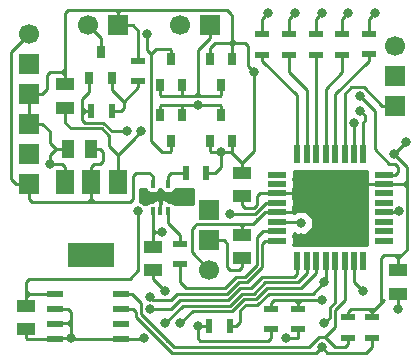
<source format=gbr>
G04 #@! TF.GenerationSoftware,KiCad,Pcbnew,(5.1.4)-1*
G04 #@! TF.CreationDate,2021-02-16T23:36:19+03:00*
G04 #@! TF.ProjectId,NAB_A,4e41425f-412e-46b6-9963-61645f706362,rev?*
G04 #@! TF.SameCoordinates,Original*
G04 #@! TF.FileFunction,Copper,L2,Bot*
G04 #@! TF.FilePolarity,Positive*
%FSLAX46Y46*%
G04 Gerber Fmt 4.6, Leading zero omitted, Abs format (unit mm)*
G04 Created by KiCad (PCBNEW (5.1.4)-1) date 2021-02-16 23:36:19*
%MOMM*%
%LPD*%
G04 APERTURE LIST*
%ADD10R,1.700000X1.700000*%
%ADD11C,1.700000*%
%ADD12R,1.250000X0.500000*%
%ADD13R,0.800000X1.100000*%
%ADD14R,0.500000X1.250000*%
%ADD15R,1.473200X0.609600*%
%ADD16R,1.500000X1.000000*%
%ADD17R,1.000000X1.500000*%
%ADD18R,4.000000X2.000000*%
%ADD19R,1.500000X2.000000*%
%ADD20R,0.400000X0.800000*%
%ADD21R,0.550000X1.500000*%
%ADD22R,1.500000X0.550000*%
%ADD23C,0.800000*%
%ADD24C,0.250000*%
G04 APERTURE END LIST*
D10*
X212000000Y-55200000D03*
X212000000Y-52660000D03*
X212000000Y-50120000D03*
X212000000Y-47580000D03*
X212000000Y-45040000D03*
D11*
X212000000Y-42500000D03*
D12*
X234750000Y-67500000D03*
X234750000Y-65750000D03*
X232500000Y-65750000D03*
X232500000Y-67500000D03*
D10*
X219540000Y-41750000D03*
D11*
X217000000Y-41750000D03*
D13*
X218050000Y-44050000D03*
X217100000Y-46250000D03*
X219000000Y-46250000D03*
D14*
X219000000Y-49000000D03*
X217250000Y-49000000D03*
D12*
X221250000Y-44750000D03*
X221250000Y-46500000D03*
D10*
X243000000Y-48580000D03*
X243000000Y-46040000D03*
D11*
X243000000Y-43500000D03*
D12*
X241000000Y-68250000D03*
X241000000Y-66500000D03*
X239000000Y-68250000D03*
X239000000Y-66500000D03*
D15*
X214162000Y-64500000D03*
X214162000Y-65770000D03*
X214162000Y-67040000D03*
X214162000Y-68310000D03*
X219750000Y-68310000D03*
X219750000Y-67040000D03*
X219750000Y-65770000D03*
X219750000Y-64500000D03*
D14*
X227000000Y-54250000D03*
X225250000Y-54250000D03*
X227250000Y-67250000D03*
X229000000Y-67250000D03*
D16*
X211750000Y-65500000D03*
X211750000Y-67500000D03*
X243250000Y-62500000D03*
X243250000Y-64500000D03*
X230000000Y-59500000D03*
X230000000Y-61500000D03*
X230000000Y-56250000D03*
X230000000Y-54250000D03*
D10*
X227250000Y-57420000D03*
X227250000Y-59960000D03*
D11*
X227250000Y-62500000D03*
D10*
X227290000Y-41750000D03*
D11*
X224750000Y-41750000D03*
D13*
X224000000Y-44650001D03*
X223050000Y-46850001D03*
X224950000Y-46850001D03*
X224000000Y-51600000D03*
X224950000Y-49400000D03*
X223050000Y-49400000D03*
X228250000Y-46850000D03*
X229200000Y-44650000D03*
X227300000Y-44650000D03*
X228250000Y-49400000D03*
X227300000Y-51600000D03*
X229200000Y-51600000D03*
D17*
X217250000Y-52250000D03*
X215250000Y-52250000D03*
D16*
X215000000Y-48750000D03*
X215000000Y-46750000D03*
X222500000Y-60500000D03*
X222500000Y-62500000D03*
D12*
X224750000Y-60250000D03*
X224750000Y-62000000D03*
D18*
X217250000Y-61250000D03*
D19*
X217250000Y-55000000D03*
X215000000Y-55000000D03*
X219500000Y-55000000D03*
D12*
X240762563Y-42487437D03*
X240762563Y-44237437D03*
X238500000Y-42500000D03*
X238500000Y-44250000D03*
X236250000Y-42500000D03*
X236250000Y-44250000D03*
X234000000Y-42500000D03*
X234000000Y-44250000D03*
X231750000Y-42500000D03*
X231750000Y-44250000D03*
D20*
X222450000Y-55200000D03*
X222450000Y-57500000D03*
X223100000Y-57500000D03*
X223750000Y-55200000D03*
X223750000Y-57500000D03*
D21*
X234700000Y-61750000D03*
X235500000Y-61750000D03*
X236300000Y-61750000D03*
X237100000Y-61750000D03*
X237900000Y-61750000D03*
X238700000Y-61750000D03*
X239500000Y-61750000D03*
X240300000Y-61750000D03*
D22*
X242000000Y-60000000D03*
X242000000Y-59200000D03*
X242000000Y-58400000D03*
X242000000Y-57600000D03*
X242000000Y-56800000D03*
X242000000Y-56000000D03*
X242000000Y-55200000D03*
X242000000Y-54400000D03*
D21*
X240300000Y-52700000D03*
X239500000Y-52700000D03*
X238700000Y-52700000D03*
X237900000Y-52700000D03*
X237100000Y-52700000D03*
X236300000Y-52700000D03*
X235500000Y-52700000D03*
X234700000Y-52700000D03*
D22*
X233000000Y-54400000D03*
X233000000Y-55200000D03*
X233000000Y-56000000D03*
X233000000Y-56800000D03*
X233000000Y-57600000D03*
X233000000Y-58400000D03*
X233000000Y-59200000D03*
X233000000Y-60000000D03*
D23*
X223500000Y-67000000D03*
X224762653Y-67012653D03*
X243250000Y-65750000D03*
X243275000Y-57500000D03*
X228250000Y-52500000D03*
X215500000Y-68250000D03*
X235000000Y-58500000D03*
X224500000Y-56250000D03*
X221750000Y-56250000D03*
X221750000Y-68250000D03*
X231000000Y-45750000D03*
X223500000Y-64250000D03*
X229000000Y-57750000D03*
X233750000Y-68275000D03*
X213750000Y-53500000D03*
X225500000Y-56250000D03*
X232250000Y-40750000D03*
X234500000Y-40750000D03*
X236750000Y-40750000D03*
X239000000Y-40750000D03*
X241250000Y-40750000D03*
X220250000Y-50750000D03*
X223250000Y-59250000D03*
X221500000Y-50750000D03*
X243887653Y-51612347D03*
X242862347Y-52637653D03*
X235000000Y-59750000D03*
X234750000Y-54500000D03*
X235500000Y-55250000D03*
X221250000Y-57500000D03*
X226250000Y-67250000D03*
X237000000Y-63500000D03*
X240000000Y-47750000D03*
X239500000Y-50000000D03*
X240000000Y-49000000D03*
X236750000Y-69000000D03*
X237000000Y-67000000D03*
X226250000Y-48500000D03*
X222000000Y-42500000D03*
X236750000Y-65000000D03*
X240250000Y-64250000D03*
X222250000Y-65750000D03*
X222250000Y-64750000D03*
D24*
X225000000Y-65500000D02*
X223500000Y-67000000D01*
X229000000Y-65500000D02*
X225000000Y-65500000D01*
X232000000Y-63500000D02*
X231000000Y-64500000D01*
X231000000Y-64500000D02*
X230000000Y-64500000D01*
X230000000Y-64500000D02*
X229000000Y-65500000D01*
X235500000Y-62750000D02*
X234750000Y-63500000D01*
X234750000Y-63500000D02*
X232000000Y-63500000D01*
X235500000Y-61750000D02*
X235500000Y-62750000D01*
X236300000Y-62750000D02*
X235050000Y-64000000D01*
X236300000Y-61750000D02*
X236300000Y-62750000D01*
X235050000Y-64000000D02*
X232500000Y-64000000D01*
X232727180Y-64000000D02*
X232500000Y-64000000D01*
X229186400Y-65950010D02*
X225825296Y-65950010D01*
X230186400Y-64950010D02*
X229186400Y-65950010D01*
X232136410Y-64000000D02*
X231186400Y-64950010D01*
X225825296Y-65950010D02*
X224762653Y-67012653D01*
X231186400Y-64950010D02*
X230186400Y-64950010D01*
X232500000Y-64000000D02*
X232136410Y-64000000D01*
X221250000Y-44750000D02*
X221250000Y-42250000D01*
X221250000Y-42250000D02*
X220750000Y-41750000D01*
X220750000Y-41750000D02*
X219500000Y-41750000D01*
X227300000Y-52400000D02*
X227300000Y-51600000D01*
X227400000Y-52500000D02*
X227300000Y-52400000D01*
X229200000Y-52400000D02*
X229100000Y-52500000D01*
X229100000Y-52500000D02*
X227400000Y-52500000D01*
X229200000Y-51600000D02*
X229200000Y-52400000D01*
X230000000Y-61500000D02*
X230000000Y-62250000D01*
X230000000Y-62250000D02*
X229750000Y-62500000D01*
X229750000Y-62500000D02*
X229000000Y-62500000D01*
X229000000Y-62500000D02*
X228750000Y-62250000D01*
X228750000Y-62250000D02*
X228750000Y-60250000D01*
X228460000Y-59960000D02*
X228625000Y-60125000D01*
X227250000Y-59960000D02*
X228460000Y-59960000D01*
X228625000Y-60125000D02*
X228500000Y-60000000D01*
X228750000Y-60250000D02*
X228625000Y-60125000D01*
X243250000Y-64500000D02*
X243250000Y-65750000D01*
X243125000Y-57600000D02*
X243275000Y-57750000D01*
X242000000Y-57600000D02*
X243125000Y-57600000D01*
X214162000Y-68310000D02*
X211810000Y-68310000D01*
X211810000Y-68310000D02*
X211750000Y-68250000D01*
X211750000Y-68250000D02*
X211750000Y-67500000D01*
X214162000Y-65770000D02*
X215270000Y-65770000D01*
X215270000Y-65770000D02*
X215500000Y-66000000D01*
X215500000Y-66000000D02*
X215500000Y-66750000D01*
X215500000Y-66750000D02*
X215250000Y-67000000D01*
X215250000Y-67000000D02*
X214000000Y-67000000D01*
X215250000Y-67000000D02*
X215500000Y-67250000D01*
X215500000Y-67750000D02*
X215500000Y-68000000D01*
X215500000Y-68000000D02*
X215250000Y-68250000D01*
X215250000Y-68250000D02*
X214250000Y-68250000D01*
X215500000Y-67500000D02*
X215500000Y-66750000D01*
X215500000Y-67250000D02*
X215500000Y-67500000D01*
X215500000Y-67500000D02*
X215500000Y-67750000D01*
X215810000Y-68310000D02*
X215750000Y-68250000D01*
X219750000Y-68310000D02*
X215810000Y-68310000D01*
X215750000Y-68250000D02*
X215500000Y-68000000D01*
X215500000Y-68000000D02*
X215500000Y-68250000D01*
X234900000Y-58400000D02*
X235000000Y-58500000D01*
X233000000Y-58400000D02*
X234900000Y-58400000D01*
X223100000Y-57500000D02*
X223100000Y-56650000D01*
X227000000Y-54250000D02*
X227750000Y-54250000D01*
X228250000Y-53750000D02*
X228250000Y-52500000D01*
X227750000Y-54250000D02*
X228250000Y-53750000D01*
X230000000Y-54250000D02*
X230000000Y-53400000D01*
X229200000Y-52400000D02*
X229200000Y-52550000D01*
X229200000Y-52550000D02*
X229175000Y-52575000D01*
X229175000Y-52575000D02*
X229100000Y-52500000D01*
X230000000Y-53400000D02*
X229175000Y-52575000D01*
X214500000Y-53500000D02*
X214750000Y-53500000D01*
X214750000Y-53500000D02*
X215000000Y-53750000D01*
X215000000Y-53750000D02*
X215000000Y-55000000D01*
X221690000Y-68310000D02*
X221750000Y-68250000D01*
X219750000Y-68310000D02*
X221690000Y-68310000D01*
X219540000Y-40650000D02*
X219390000Y-40500000D01*
X219540000Y-41750000D02*
X219540000Y-40650000D01*
X218500000Y-40500000D02*
X216510998Y-40500000D01*
X216510998Y-40500000D02*
X215250000Y-40500000D01*
X215250000Y-40500000D02*
X215000000Y-40750000D01*
X215000000Y-45750000D02*
X215000000Y-46750000D01*
X213500000Y-46000000D02*
X213750000Y-45750000D01*
X215000000Y-45500000D02*
X214750000Y-45750000D01*
X215000000Y-45250000D02*
X215000000Y-45500000D01*
X215000000Y-45250000D02*
X215000000Y-45750000D01*
X214750000Y-45750000D02*
X215000000Y-45750000D01*
X213750000Y-45750000D02*
X214750000Y-45750000D01*
X215000000Y-40750000D02*
X215000000Y-45250000D01*
X215000000Y-46000000D02*
X214750000Y-45750000D01*
X215000000Y-46750000D02*
X215000000Y-46000000D01*
X220250000Y-40500000D02*
X219250000Y-40500000D01*
X219250000Y-40500000D02*
X218500000Y-40500000D01*
X219390000Y-40500000D02*
X219250000Y-40500000D01*
X219750000Y-40500000D02*
X220250000Y-40500000D01*
X221000000Y-40500000D02*
X219690000Y-40500000D01*
X219690000Y-40500000D02*
X219540000Y-40650000D01*
X220250000Y-40500000D02*
X221000000Y-40500000D01*
X228750000Y-40500000D02*
X221000000Y-40500000D01*
X227300000Y-44650000D02*
X227300000Y-43700000D01*
X227300000Y-43700000D02*
X227750000Y-43250000D01*
X229200000Y-44650000D02*
X229200000Y-43450000D01*
X229000000Y-43250000D02*
X228500000Y-43250000D01*
X228500000Y-43250000D02*
X228750000Y-43250000D01*
X229200000Y-43450000D02*
X229000000Y-43250000D01*
X227750000Y-43250000D02*
X228500000Y-43250000D01*
X229200000Y-40950000D02*
X229000000Y-40750000D01*
X229000000Y-40750000D02*
X228750000Y-40500000D01*
X229200000Y-43050000D02*
X229000000Y-43250000D01*
X229200000Y-42800000D02*
X229200000Y-43050000D01*
X229200000Y-42800000D02*
X229200000Y-40950000D01*
X229250000Y-43250000D02*
X229200000Y-43200000D01*
X230500000Y-43500000D02*
X230250000Y-43250000D01*
X230500000Y-45250000D02*
X230500000Y-43500000D01*
X231000000Y-45750000D02*
X230500000Y-45250000D01*
X229200000Y-43200000D02*
X229200000Y-42800000D01*
X229200000Y-43450000D02*
X229200000Y-43200000D01*
X229400000Y-43250000D02*
X229200000Y-43450000D01*
X230250000Y-43250000D02*
X229500000Y-43250000D01*
X229500000Y-43250000D02*
X229250000Y-43250000D01*
X229400000Y-43250000D02*
X229200000Y-43050000D01*
X229500000Y-43250000D02*
X229400000Y-43250000D01*
X231000000Y-52400000D02*
X230000000Y-53400000D01*
X231000000Y-45750000D02*
X231000000Y-52400000D01*
X222500000Y-63250000D02*
X223500000Y-64250000D01*
X222500000Y-62500000D02*
X222500000Y-63250000D01*
X232086410Y-56800000D02*
X231136410Y-57750000D01*
X233000000Y-56800000D02*
X232086410Y-56800000D01*
X231136410Y-57750000D02*
X229000000Y-57750000D01*
X234750000Y-67500000D02*
X234750000Y-68250000D01*
X234725000Y-68275000D02*
X233750000Y-68275000D01*
X234750000Y-68250000D02*
X234725000Y-68275000D01*
X213750000Y-53500000D02*
X214250000Y-53500000D01*
X214250000Y-53500000D02*
X214750000Y-53500000D01*
X213750000Y-53500000D02*
X213750000Y-53000000D01*
X213750000Y-53000000D02*
X213750000Y-52750000D01*
X213750000Y-52750000D02*
X214250000Y-52250000D01*
X214250000Y-52250000D02*
X215250000Y-52250000D01*
X213500000Y-47180000D02*
X213500000Y-47000000D01*
X213100000Y-47580000D02*
X213500000Y-47180000D01*
X213500000Y-47000000D02*
X213500000Y-46000000D01*
X212000000Y-47580000D02*
X213100000Y-47580000D01*
X212000000Y-47580000D02*
X212000000Y-50250000D01*
X213750000Y-51750000D02*
X214250000Y-52250000D01*
X213750000Y-50750000D02*
X213750000Y-51750000D01*
X213100000Y-50120000D02*
X213730000Y-50750000D01*
X213730000Y-50750000D02*
X213750000Y-50750000D01*
X212000000Y-50120000D02*
X213100000Y-50120000D01*
X217250000Y-55000000D02*
X217250000Y-56250000D01*
X220500000Y-56750000D02*
X220750000Y-56500000D01*
X220750000Y-56500000D02*
X220750000Y-54500000D01*
X220750000Y-54500000D02*
X221000000Y-54250000D01*
X222150000Y-54250000D02*
X222000000Y-54250000D01*
X222450000Y-55200000D02*
X222450000Y-54550000D01*
X222450000Y-54550000D02*
X222150000Y-54250000D01*
X221000000Y-54250000D02*
X222000000Y-54250000D01*
X219000000Y-56750000D02*
X217500000Y-56750000D01*
X217750000Y-56750000D02*
X219000000Y-56750000D01*
X219000000Y-56750000D02*
X220500000Y-56750000D01*
X217500000Y-56750000D02*
X217250000Y-56500000D01*
X217250000Y-56500000D02*
X217250000Y-55000000D01*
X217250000Y-54000000D02*
X217250000Y-55000000D01*
X217250000Y-53750000D02*
X217250000Y-54000000D01*
X218250000Y-53250000D02*
X218000000Y-53500000D01*
X217500000Y-53500000D02*
X217250000Y-53750000D01*
X218250000Y-52500000D02*
X218250000Y-53250000D01*
X218000000Y-52250000D02*
X218250000Y-52500000D01*
X218000000Y-53500000D02*
X217500000Y-53500000D01*
X217250000Y-52250000D02*
X218000000Y-52250000D01*
X210900000Y-55200000D02*
X210500000Y-54800000D01*
X212000000Y-55200000D02*
X210900000Y-55200000D01*
X210500000Y-44500000D02*
X210500000Y-44000000D01*
X210500000Y-54800000D02*
X210500000Y-44500000D01*
X210500000Y-44000000D02*
X212000000Y-42500000D01*
X217250000Y-56500000D02*
X217000000Y-56750000D01*
X217000000Y-56750000D02*
X213000000Y-56750000D01*
X213000000Y-56750000D02*
X212250000Y-56750000D01*
X212250000Y-56750000D02*
X212000000Y-56500000D01*
X212000000Y-56500000D02*
X212000000Y-55250000D01*
X217750000Y-56750000D02*
X217000000Y-56750000D01*
X231750000Y-41250000D02*
X232000000Y-41000000D01*
X231750000Y-42500000D02*
X231750000Y-41250000D01*
X234000000Y-41250000D02*
X234250000Y-41000000D01*
X234000000Y-42500000D02*
X234000000Y-41250000D01*
X236250000Y-41250000D02*
X236500000Y-41000000D01*
X236250000Y-42500000D02*
X236250000Y-41250000D01*
X238500000Y-41250000D02*
X238750000Y-41000000D01*
X238500000Y-42500000D02*
X238500000Y-41250000D01*
X240762563Y-41237437D02*
X241000000Y-41000000D01*
X240762563Y-42487437D02*
X240762563Y-41237437D01*
X224750000Y-63500000D02*
X224750000Y-62000000D01*
X225292501Y-64042501D02*
X224750000Y-63500000D01*
X229542501Y-63042501D02*
X228542501Y-64042501D01*
X230292501Y-63042501D02*
X229542501Y-63042501D01*
X231292501Y-62042501D02*
X230292501Y-63042501D01*
X228542501Y-64042501D02*
X225292501Y-64042501D01*
X231292501Y-61042501D02*
X231292501Y-59707499D01*
X231292501Y-60457499D02*
X231292501Y-61042501D01*
X231292501Y-61042501D02*
X231292501Y-62042501D01*
X231800000Y-59200000D02*
X231292501Y-59707499D01*
X233000000Y-59200000D02*
X231800000Y-59200000D01*
X217100000Y-46250000D02*
X217100000Y-47400000D01*
X217100000Y-47400000D02*
X216500000Y-48000000D01*
X216500000Y-48000000D02*
X216500000Y-48750000D01*
X216500000Y-48750000D02*
X216750000Y-49000000D01*
X216750000Y-49000000D02*
X217250000Y-49000000D01*
X216750000Y-49000000D02*
X216500000Y-49250000D01*
X216500000Y-49500000D02*
X216500000Y-48750000D01*
X216500000Y-49250000D02*
X216500000Y-49500000D01*
X222450000Y-57500000D02*
X222450000Y-58450000D01*
X222450000Y-58450000D02*
X222450000Y-58700000D01*
X216500000Y-49750000D02*
X216500000Y-49500000D01*
X216750000Y-50000000D02*
X216500000Y-49750000D01*
X218272820Y-50000000D02*
X216750000Y-50000000D01*
X219022820Y-50750000D02*
X218272820Y-50000000D01*
X220250000Y-50750000D02*
X219022820Y-50750000D01*
X222450000Y-58509315D02*
X222450000Y-58700000D01*
X222459315Y-58500000D02*
X222450000Y-58509315D01*
X222650000Y-59250000D02*
X222450000Y-59050000D01*
X223250000Y-59250000D02*
X222650000Y-59250000D01*
X222450000Y-58700000D02*
X222450000Y-59050000D01*
X222450000Y-59450000D02*
X222650000Y-59250000D01*
X222450000Y-59550000D02*
X222450000Y-59450000D01*
X222450000Y-59050000D02*
X222450000Y-59550000D01*
X222450000Y-59550000D02*
X222450000Y-60450000D01*
X219500000Y-55000000D02*
X219500000Y-53000000D01*
X219500000Y-53250000D02*
X219500000Y-53000000D01*
X219500000Y-55000000D02*
X219500000Y-52750000D01*
X215000000Y-48750000D02*
X215000000Y-50000000D01*
X215000000Y-50000000D02*
X215500000Y-50500000D01*
X218136410Y-50500000D02*
X218750000Y-51113590D01*
X215500000Y-50500000D02*
X218136410Y-50500000D01*
X218750000Y-52000000D02*
X219500000Y-52750000D01*
X218750000Y-51113590D02*
X218750000Y-52000000D01*
X220750000Y-51500000D02*
X219500000Y-52750000D01*
X221500000Y-50750000D02*
X220750000Y-51500000D01*
X230000000Y-58750000D02*
X230000000Y-59250000D01*
X243700000Y-55200000D02*
X244000000Y-55500000D01*
X242000000Y-55200000D02*
X240300000Y-55200000D01*
X233000000Y-56000000D02*
X234500000Y-56000000D01*
X230150000Y-58600000D02*
X230000000Y-58750000D01*
X243887653Y-51612347D02*
X242862347Y-52637653D01*
X214162000Y-64500000D02*
X213175400Y-64500000D01*
X213175400Y-64500000D02*
X212000000Y-64500000D01*
X212000000Y-64500000D02*
X211750000Y-64750000D01*
X211750000Y-64750000D02*
X211750000Y-65500000D01*
X233000000Y-57600000D02*
X234400000Y-57600000D01*
X234400000Y-57600000D02*
X234750000Y-57250000D01*
X239000000Y-66500000D02*
X239000000Y-66000000D01*
X239000000Y-66000000D02*
X239250000Y-65750000D01*
X239250000Y-65750000D02*
X240750000Y-65750000D01*
X240750000Y-65750000D02*
X241000000Y-66000000D01*
X241000000Y-66000000D02*
X241000000Y-66500000D01*
X240750000Y-65750000D02*
X241250000Y-65750000D01*
X241000000Y-66000000D02*
X241250000Y-65750000D01*
X244000000Y-54900000D02*
X243700000Y-55200000D01*
X242862347Y-52637653D02*
X244000000Y-53775306D01*
X244000000Y-55750000D02*
X244000000Y-56500000D01*
X244000000Y-53775306D02*
X244000000Y-55750000D01*
X244000000Y-55750000D02*
X244000000Y-55900000D01*
X221250000Y-57500000D02*
X221250000Y-62500000D01*
X221250000Y-62500000D02*
X220500000Y-63250000D01*
X220500000Y-63250000D02*
X212000000Y-63250000D01*
X212000000Y-63250000D02*
X211750000Y-63500000D01*
X211750000Y-64250000D02*
X212000000Y-64500000D01*
X211750000Y-63500000D02*
X211750000Y-64250000D01*
X211750000Y-64750000D02*
X211750000Y-64250000D01*
X225750000Y-61000000D02*
X225750000Y-59000000D01*
X227250000Y-62500000D02*
X225750000Y-61000000D01*
X230400000Y-58600000D02*
X230150000Y-58600000D01*
X230650000Y-58600000D02*
X226150000Y-58600000D01*
X225750000Y-59000000D02*
X226000000Y-58750000D01*
X226150000Y-58600000D02*
X226000000Y-58750000D01*
X230650000Y-58600000D02*
X230400000Y-58600000D01*
X230000000Y-58750000D02*
X229850000Y-58600000D01*
X229850000Y-58600000D02*
X229659998Y-58600000D01*
X230400000Y-58600000D02*
X229850000Y-58600000D01*
X227250000Y-67250000D02*
X226250000Y-67250000D01*
X242000000Y-55200000D02*
X243700000Y-55200000D01*
X230000000Y-57000000D02*
X230000000Y-56250000D01*
X231000000Y-57250000D02*
X230250000Y-57250000D01*
X231250000Y-57000000D02*
X231000000Y-57250000D01*
X231500000Y-56000000D02*
X231250000Y-56250000D01*
X231250000Y-56250000D02*
X231250000Y-57000000D01*
X230250000Y-57250000D02*
X230000000Y-57000000D01*
X233000000Y-56000000D02*
X231500000Y-56000000D01*
X230400000Y-58600000D02*
X230922820Y-58600000D01*
X231922820Y-57600000D02*
X231136410Y-58386410D01*
X233000000Y-57600000D02*
X231922820Y-57600000D01*
X231136410Y-58386410D02*
X231322811Y-58200009D01*
X230922820Y-58600000D02*
X231136410Y-58386410D01*
X226250000Y-67250000D02*
X226250000Y-68250000D01*
X226250000Y-68250000D02*
X226500000Y-68500000D01*
X226500000Y-68500000D02*
X232250000Y-68500000D01*
X232250000Y-68500000D02*
X232500000Y-68250000D01*
X232500000Y-68250000D02*
X232500000Y-67500000D01*
X241250000Y-65750000D02*
X241750000Y-65250000D01*
X241750000Y-65250000D02*
X241750000Y-64000000D01*
X241750000Y-65250000D02*
X242000000Y-65000000D01*
X241750000Y-64000000D02*
X241750000Y-61500000D01*
X241750000Y-61500000D02*
X242000000Y-61250000D01*
X242000000Y-61250000D02*
X243000000Y-61250000D01*
X243000000Y-61250000D02*
X243250000Y-61500000D01*
X243250000Y-61500000D02*
X243250000Y-62500000D01*
X244000000Y-59750000D02*
X244000000Y-60750000D01*
X244000000Y-59750000D02*
X244000000Y-56500000D01*
X243000000Y-61250000D02*
X243500000Y-61250000D01*
X243500000Y-61250000D02*
X243250000Y-61500000D01*
X244000000Y-60750000D02*
X243500000Y-61250000D01*
X229886410Y-65886410D02*
X229886410Y-66886410D01*
X231325001Y-65424999D02*
X230347821Y-65424999D01*
X231363590Y-65386410D02*
X231325001Y-65424999D01*
X232590770Y-64500000D02*
X232272820Y-64500000D01*
X230347821Y-65424999D02*
X229886410Y-65886410D01*
X231386410Y-65386410D02*
X231363590Y-65386410D01*
X229522820Y-67250000D02*
X229000000Y-67250000D01*
X229886410Y-66886410D02*
X229522820Y-67250000D01*
X232272820Y-64500000D02*
X231386410Y-65386410D01*
X237100000Y-61750000D02*
X237100000Y-62900000D01*
X236000000Y-64500000D02*
X237000000Y-63500000D01*
X232272820Y-64500000D02*
X234000000Y-64500000D01*
X234000000Y-64500000D02*
X236000000Y-64500000D01*
X237100000Y-63400000D02*
X237000000Y-63500000D01*
X237100000Y-61750000D02*
X237100000Y-63400000D01*
X241250000Y-52250000D02*
X241250000Y-49000000D01*
X243250000Y-54150000D02*
X243250000Y-53750000D01*
X243000000Y-53500000D02*
X242500000Y-53500000D01*
X242500000Y-53500000D02*
X241250000Y-52250000D01*
X243250000Y-53750000D02*
X243000000Y-53500000D01*
X241250000Y-49000000D02*
X240000000Y-47750000D01*
X243000000Y-54400000D02*
X243250000Y-54150000D01*
X242000000Y-54400000D02*
X243000000Y-54400000D01*
X239500000Y-52700000D02*
X239500000Y-51250000D01*
X239500000Y-51250000D02*
X239500000Y-50000000D01*
X240399999Y-49850001D02*
X240399999Y-49399999D01*
X240300000Y-49950000D02*
X240399999Y-49850001D01*
X240399999Y-49399999D02*
X240000000Y-49000000D01*
X240300000Y-52700000D02*
X240300000Y-49950000D01*
X241000000Y-68250000D02*
X241000000Y-69000000D01*
X241000000Y-69000000D02*
X240500000Y-69500000D01*
X221000000Y-66000000D02*
X221000000Y-66426998D01*
X220750000Y-65750000D02*
X221000000Y-66000000D01*
X219750000Y-65750000D02*
X220750000Y-65750000D01*
X240500000Y-69500000D02*
X238750000Y-69500000D01*
X237250000Y-69500000D02*
X236750000Y-69000000D01*
X238750000Y-69500000D02*
X237250000Y-69500000D01*
X238750000Y-69500000D02*
X237750000Y-69500000D01*
X236250000Y-69500000D02*
X224073002Y-69500000D01*
X224073002Y-69500000D02*
X223036501Y-68463499D01*
X236750000Y-69000000D02*
X236250000Y-69500000D01*
X223036501Y-68463499D02*
X223479797Y-68906795D01*
X221000000Y-66426998D02*
X223036501Y-68463499D01*
X237900000Y-61750000D02*
X237900000Y-62900000D01*
X237900000Y-62750000D02*
X237900000Y-62900000D01*
X237450009Y-65663581D02*
X237450009Y-66549991D01*
X237900000Y-65213590D02*
X237450009Y-65663581D01*
X237450009Y-66549991D02*
X237000000Y-67000000D01*
X237900000Y-62900000D02*
X237900000Y-65213590D01*
X239000000Y-68250000D02*
X239000000Y-68750000D01*
X239000000Y-68750000D02*
X238750000Y-69000000D01*
X238250000Y-69000000D02*
X237886410Y-69000000D01*
X238750000Y-69000000D02*
X238250000Y-69000000D01*
X237886410Y-69000000D02*
X237068205Y-68181795D01*
X220736600Y-64500000D02*
X221500000Y-65263400D01*
X221500000Y-65263400D02*
X221500000Y-66250000D01*
X219750000Y-64500000D02*
X220736600Y-64500000D01*
X237068205Y-68181795D02*
X236818205Y-68181795D01*
X224250000Y-69000000D02*
X223500000Y-68250000D01*
X236818205Y-68181795D02*
X236495203Y-68181795D01*
X235676998Y-69000000D02*
X224250000Y-69000000D01*
X236495203Y-68181795D02*
X235676998Y-69000000D01*
X223500000Y-68250000D02*
X223706785Y-68456785D01*
X221500000Y-66250000D02*
X223500000Y-68250000D01*
X237900018Y-67349982D02*
X237068205Y-68181795D01*
X237900018Y-67349982D02*
X237900018Y-65849982D01*
X238700000Y-65050000D02*
X238700000Y-63800000D01*
X237900018Y-65849982D02*
X238700000Y-65050000D01*
X238700000Y-61750000D02*
X238700000Y-63800000D01*
X231750000Y-44750000D02*
X231750000Y-44250000D01*
X234700000Y-47700000D02*
X231750000Y-44750000D01*
X234700000Y-52700000D02*
X234700000Y-47700000D01*
X234000000Y-45750000D02*
X234000000Y-44250000D01*
X235500000Y-47250000D02*
X234000000Y-45750000D01*
X235500000Y-52700000D02*
X235500000Y-47250000D01*
X236300000Y-44300000D02*
X236250000Y-44250000D01*
X236300000Y-52700000D02*
X236300000Y-51550000D01*
X236300000Y-51550000D02*
X236300000Y-44300000D01*
X238500000Y-45750000D02*
X238500000Y-44250000D01*
X237100000Y-47150000D02*
X238500000Y-45750000D01*
X237100000Y-52700000D02*
X237100000Y-47150000D01*
X240750000Y-44750000D02*
X240750000Y-44250000D01*
X237900000Y-47600000D02*
X240750000Y-44750000D01*
X237900000Y-52700000D02*
X237900000Y-47600000D01*
X238700000Y-49200000D02*
X238700000Y-48800000D01*
X238700000Y-52700000D02*
X238700000Y-51450000D01*
X238700000Y-51450000D02*
X238700000Y-49200000D01*
X238700000Y-47550000D02*
X238700000Y-49200000D01*
X239250000Y-47000000D02*
X238700000Y-47550000D01*
X240320000Y-47000000D02*
X239250000Y-47000000D01*
X241900000Y-48580000D02*
X240320000Y-47000000D01*
X243000000Y-48580000D02*
X241900000Y-48580000D01*
X223050000Y-48600000D02*
X223050000Y-49400000D01*
X223150000Y-48500000D02*
X223050000Y-48600000D01*
X224950000Y-48600000D02*
X224850000Y-48500000D01*
X224950000Y-49400000D02*
X224950000Y-48600000D01*
X224750000Y-48500000D02*
X223150000Y-48500000D01*
X224850000Y-48500000D02*
X224750000Y-48500000D01*
X225050000Y-48500000D02*
X224950000Y-48600000D01*
X225500000Y-48500000D02*
X225050000Y-48500000D01*
X225500000Y-48500000D02*
X224750000Y-48500000D01*
X228250000Y-48600000D02*
X228250000Y-49400000D01*
X228150000Y-48500000D02*
X228250000Y-48600000D01*
X226250000Y-48500000D02*
X228150000Y-48500000D01*
X226250000Y-48500000D02*
X225500000Y-48500000D01*
X223050000Y-47650001D02*
X223149999Y-47750000D01*
X223050000Y-46850001D02*
X223050000Y-47650001D01*
X224950000Y-47650001D02*
X224850001Y-47750000D01*
X224950000Y-46850001D02*
X224950000Y-47650001D01*
X224850001Y-47750000D02*
X224000000Y-47750000D01*
X224000000Y-47750000D02*
X224250000Y-47750000D01*
X223149999Y-47750000D02*
X224000000Y-47750000D01*
X225049999Y-47750000D02*
X224950000Y-47650001D01*
X228250000Y-47650000D02*
X228150000Y-47750000D01*
X228250000Y-46850000D02*
X228250000Y-47650000D01*
X224850001Y-47750000D02*
X225049999Y-47750000D01*
X227290000Y-42850000D02*
X226250000Y-43890000D01*
X227290000Y-41750000D02*
X227290000Y-42850000D01*
X226250000Y-47500000D02*
X226000000Y-47750000D01*
X226250000Y-43890000D02*
X226250000Y-47500000D01*
X226000000Y-47750000D02*
X225049999Y-47750000D01*
X226500000Y-47750000D02*
X226250000Y-47500000D01*
X228150000Y-47750000D02*
X226500000Y-47750000D01*
X226500000Y-47750000D02*
X226000000Y-47750000D01*
X218050000Y-44050000D02*
X218050000Y-42800000D01*
X218050000Y-42800000D02*
X217000000Y-41750000D01*
X224000000Y-43850001D02*
X224000000Y-44650001D01*
X223899999Y-43750000D02*
X224000000Y-43850001D01*
X222750000Y-43750000D02*
X223899999Y-43750000D01*
X222324999Y-44175001D02*
X222750000Y-43750000D01*
X222324999Y-51574999D02*
X222324999Y-44175001D01*
X223250000Y-52500000D02*
X222324999Y-51574999D01*
X224000000Y-52400000D02*
X223900000Y-52500000D01*
X224000000Y-51600000D02*
X224000000Y-52400000D01*
X223900000Y-52500000D02*
X223750000Y-52500000D01*
X223750000Y-52500000D02*
X223250000Y-52500000D01*
X222000000Y-43850002D02*
X222324999Y-44175001D01*
X222000000Y-42500000D02*
X222000000Y-43850002D01*
X232500000Y-65750000D02*
X232500000Y-65250000D01*
X232500000Y-65250000D02*
X232750000Y-65000000D01*
X234500000Y-65000000D02*
X234750000Y-65250000D01*
X234750000Y-65250000D02*
X234750000Y-65750000D01*
X234750000Y-65250000D02*
X235000000Y-65000000D01*
X234000000Y-65000000D02*
X235000000Y-65000000D01*
X232750000Y-65000000D02*
X234000000Y-65000000D01*
X234000000Y-65000000D02*
X234500000Y-65000000D01*
X235250000Y-65000000D02*
X235000000Y-65000000D01*
X236725010Y-65000000D02*
X235250000Y-65000000D01*
X239500000Y-63500000D02*
X240250000Y-64250000D01*
X239500000Y-61750000D02*
X239500000Y-63500000D01*
X224000000Y-65750000D02*
X222250000Y-65750000D01*
X224750000Y-65000000D02*
X224000000Y-65750000D01*
X228857822Y-65000000D02*
X224750000Y-65000000D01*
X229857822Y-64000000D02*
X228857822Y-65000000D01*
X230750000Y-64000000D02*
X229857822Y-64000000D01*
X231700010Y-63049990D02*
X230750000Y-64000000D01*
X234450010Y-63049990D02*
X231700010Y-63049990D01*
X234700000Y-62800000D02*
X234450010Y-63049990D01*
X234700000Y-61750000D02*
X234700000Y-62800000D01*
X224507489Y-64492511D02*
X224000000Y-65000000D01*
X228728901Y-64492511D02*
X224507489Y-64492511D01*
X229728901Y-63492511D02*
X228728901Y-64492511D01*
X230478901Y-63492511D02*
X229728901Y-63492511D01*
X224000000Y-65000000D02*
X222500000Y-65000000D01*
X231750000Y-62221412D02*
X230478901Y-63492511D01*
X222500000Y-65000000D02*
X222250000Y-64750000D01*
X231750000Y-61750000D02*
X231750000Y-60250000D01*
X231750000Y-61250000D02*
X231750000Y-61750000D01*
X231750000Y-61750000D02*
X231750000Y-62221412D01*
X231750000Y-60250000D02*
X232000000Y-60000000D01*
X232000000Y-60000000D02*
X233000000Y-60000000D01*
X223750000Y-55200000D02*
X223750000Y-55000000D01*
X223750000Y-55000000D02*
X223750000Y-54500000D01*
X223750000Y-54500000D02*
X224000000Y-54250000D01*
X224000000Y-54250000D02*
X225250000Y-54250000D01*
X223750000Y-57500000D02*
X223750000Y-58500000D01*
X223750000Y-58500000D02*
X224750000Y-59500000D01*
X224750000Y-59500000D02*
X224750000Y-60250000D01*
X219000000Y-46250000D02*
X219000000Y-46000000D01*
X219000000Y-47250000D02*
X219000000Y-46250000D01*
X220000000Y-48250000D02*
X219000000Y-47250000D01*
X220000000Y-48750000D02*
X220000000Y-48250000D01*
X219750000Y-49000000D02*
X220000000Y-48750000D01*
X219000000Y-49000000D02*
X219750000Y-49000000D01*
X221250000Y-47000000D02*
X220000000Y-48250000D01*
X221250000Y-46500000D02*
X221250000Y-47000000D01*
G36*
X240621976Y-54675000D02*
G01*
X240625000Y-54705704D01*
X240625000Y-55694296D01*
X240621976Y-55725000D01*
X240621976Y-56275000D01*
X240625000Y-56305704D01*
X240625000Y-56494296D01*
X240621976Y-56525000D01*
X240621976Y-57075000D01*
X240625000Y-57105704D01*
X240625000Y-57294296D01*
X240621976Y-57325000D01*
X240621976Y-57875000D01*
X240625000Y-57905704D01*
X240625000Y-58094296D01*
X240621976Y-58125000D01*
X240621976Y-58675000D01*
X240625000Y-58705704D01*
X240625000Y-58894296D01*
X240621976Y-58925000D01*
X240621976Y-59475000D01*
X240625000Y-59505704D01*
X240625000Y-59694296D01*
X240621976Y-59725000D01*
X240621976Y-60275000D01*
X240625000Y-60305703D01*
X240625000Y-60375000D01*
X240605703Y-60375000D01*
X240575000Y-60371976D01*
X240025000Y-60371976D01*
X239994296Y-60375000D01*
X239805704Y-60375000D01*
X239775000Y-60371976D01*
X239225000Y-60371976D01*
X239194296Y-60375000D01*
X239005704Y-60375000D01*
X238975000Y-60371976D01*
X238425000Y-60371976D01*
X238394296Y-60375000D01*
X238205704Y-60375000D01*
X238175000Y-60371976D01*
X237625000Y-60371976D01*
X237594296Y-60375000D01*
X237405704Y-60375000D01*
X237375000Y-60371976D01*
X236825000Y-60371976D01*
X236794296Y-60375000D01*
X236605704Y-60375000D01*
X236575000Y-60371976D01*
X236025000Y-60371976D01*
X235994296Y-60375000D01*
X235805704Y-60375000D01*
X235775000Y-60371976D01*
X235225000Y-60371976D01*
X235194296Y-60375000D01*
X235005704Y-60375000D01*
X234975000Y-60371976D01*
X234425000Y-60371976D01*
X234394297Y-60375000D01*
X234375000Y-60375000D01*
X234375000Y-60305703D01*
X234378024Y-60275000D01*
X234378024Y-59725000D01*
X234375000Y-59694296D01*
X234375000Y-59505704D01*
X234378024Y-59475000D01*
X234378024Y-59317167D01*
X234514480Y-59408344D01*
X234701018Y-59485610D01*
X234899046Y-59525000D01*
X235100954Y-59525000D01*
X235298982Y-59485610D01*
X235485520Y-59408344D01*
X235653400Y-59296170D01*
X235796170Y-59153400D01*
X235908344Y-58985520D01*
X235985610Y-58798982D01*
X236025000Y-58600954D01*
X236025000Y-58399046D01*
X235985610Y-58201018D01*
X235908344Y-58014480D01*
X235796170Y-57846600D01*
X235653400Y-57703830D01*
X235485520Y-57591656D01*
X235298982Y-57514390D01*
X235100954Y-57475000D01*
X234899046Y-57475000D01*
X234701018Y-57514390D01*
X234514480Y-57591656D01*
X234427162Y-57650000D01*
X234375000Y-57650000D01*
X234375000Y-57105704D01*
X234378024Y-57075000D01*
X234378024Y-56525000D01*
X234375000Y-56494296D01*
X234375000Y-55505704D01*
X234378024Y-55475000D01*
X234378024Y-54925000D01*
X234375000Y-54894296D01*
X234375000Y-54705704D01*
X234378024Y-54675000D01*
X234378024Y-54125000D01*
X240621976Y-54125000D01*
X240621976Y-54675000D01*
X240621976Y-54675000D01*
G37*
X240621976Y-54675000D02*
X240625000Y-54705704D01*
X240625000Y-55694296D01*
X240621976Y-55725000D01*
X240621976Y-56275000D01*
X240625000Y-56305704D01*
X240625000Y-56494296D01*
X240621976Y-56525000D01*
X240621976Y-57075000D01*
X240625000Y-57105704D01*
X240625000Y-57294296D01*
X240621976Y-57325000D01*
X240621976Y-57875000D01*
X240625000Y-57905704D01*
X240625000Y-58094296D01*
X240621976Y-58125000D01*
X240621976Y-58675000D01*
X240625000Y-58705704D01*
X240625000Y-58894296D01*
X240621976Y-58925000D01*
X240621976Y-59475000D01*
X240625000Y-59505704D01*
X240625000Y-59694296D01*
X240621976Y-59725000D01*
X240621976Y-60275000D01*
X240625000Y-60305703D01*
X240625000Y-60375000D01*
X240605703Y-60375000D01*
X240575000Y-60371976D01*
X240025000Y-60371976D01*
X239994296Y-60375000D01*
X239805704Y-60375000D01*
X239775000Y-60371976D01*
X239225000Y-60371976D01*
X239194296Y-60375000D01*
X239005704Y-60375000D01*
X238975000Y-60371976D01*
X238425000Y-60371976D01*
X238394296Y-60375000D01*
X238205704Y-60375000D01*
X238175000Y-60371976D01*
X237625000Y-60371976D01*
X237594296Y-60375000D01*
X237405704Y-60375000D01*
X237375000Y-60371976D01*
X236825000Y-60371976D01*
X236794296Y-60375000D01*
X236605704Y-60375000D01*
X236575000Y-60371976D01*
X236025000Y-60371976D01*
X235994296Y-60375000D01*
X235805704Y-60375000D01*
X235775000Y-60371976D01*
X235225000Y-60371976D01*
X235194296Y-60375000D01*
X235005704Y-60375000D01*
X234975000Y-60371976D01*
X234425000Y-60371976D01*
X234394297Y-60375000D01*
X234375000Y-60375000D01*
X234375000Y-60305703D01*
X234378024Y-60275000D01*
X234378024Y-59725000D01*
X234375000Y-59694296D01*
X234375000Y-59505704D01*
X234378024Y-59475000D01*
X234378024Y-59317167D01*
X234514480Y-59408344D01*
X234701018Y-59485610D01*
X234899046Y-59525000D01*
X235100954Y-59525000D01*
X235298982Y-59485610D01*
X235485520Y-59408344D01*
X235653400Y-59296170D01*
X235796170Y-59153400D01*
X235908344Y-58985520D01*
X235985610Y-58798982D01*
X236025000Y-58600954D01*
X236025000Y-58399046D01*
X235985610Y-58201018D01*
X235908344Y-58014480D01*
X235796170Y-57846600D01*
X235653400Y-57703830D01*
X235485520Y-57591656D01*
X235298982Y-57514390D01*
X235100954Y-57475000D01*
X234899046Y-57475000D01*
X234701018Y-57514390D01*
X234514480Y-57591656D01*
X234427162Y-57650000D01*
X234375000Y-57650000D01*
X234375000Y-57105704D01*
X234378024Y-57075000D01*
X234378024Y-56525000D01*
X234375000Y-56494296D01*
X234375000Y-55505704D01*
X234378024Y-55475000D01*
X234378024Y-54925000D01*
X234375000Y-54894296D01*
X234375000Y-54705704D01*
X234378024Y-54675000D01*
X234378024Y-54125000D01*
X240621976Y-54125000D01*
X240621976Y-54675000D01*
G36*
X221880426Y-55673513D02*
G01*
X221901869Y-55744200D01*
X221936691Y-55809347D01*
X221983552Y-55866448D01*
X222040653Y-55913309D01*
X222105800Y-55948131D01*
X222176487Y-55969574D01*
X222250000Y-55976814D01*
X222650000Y-55976814D01*
X222723513Y-55969574D01*
X222794200Y-55948131D01*
X222859347Y-55913309D01*
X222916448Y-55866448D01*
X222963309Y-55809347D01*
X222998131Y-55744200D01*
X223019574Y-55673513D01*
X223024352Y-55625000D01*
X223175648Y-55625000D01*
X223180426Y-55673513D01*
X223201869Y-55744200D01*
X223236691Y-55809347D01*
X223283552Y-55866448D01*
X223340653Y-55913309D01*
X223405800Y-55948131D01*
X223476487Y-55969574D01*
X223550000Y-55976814D01*
X223950000Y-55976814D01*
X224023513Y-55969574D01*
X224094200Y-55948131D01*
X224159347Y-55913309D01*
X224216448Y-55866448D01*
X224263309Y-55809347D01*
X224298131Y-55744200D01*
X224319574Y-55673513D01*
X224324352Y-55625000D01*
X225875000Y-55625000D01*
X225875000Y-56875000D01*
X224250463Y-56875000D01*
X224216448Y-56833552D01*
X224159347Y-56786691D01*
X224094200Y-56751869D01*
X224023513Y-56730426D01*
X223950000Y-56723186D01*
X223799284Y-56723186D01*
X223744080Y-56655920D01*
X223648911Y-56577817D01*
X223540334Y-56519781D01*
X223422521Y-56484043D01*
X223300000Y-56471976D01*
X223281250Y-56475000D01*
X223125000Y-56631250D01*
X223125000Y-56875000D01*
X223075000Y-56875000D01*
X223075000Y-56631250D01*
X222918750Y-56475000D01*
X222900000Y-56471976D01*
X222777479Y-56484043D01*
X222659666Y-56519781D01*
X222551089Y-56577817D01*
X222455920Y-56655920D01*
X222400716Y-56723186D01*
X222250000Y-56723186D01*
X222176487Y-56730426D01*
X222105800Y-56751869D01*
X222040653Y-56786691D01*
X221983552Y-56833552D01*
X221949537Y-56875000D01*
X221709585Y-56875000D01*
X221617100Y-56813204D01*
X221476059Y-56754783D01*
X221375000Y-56734681D01*
X221375000Y-55625000D01*
X221875648Y-55625000D01*
X221880426Y-55673513D01*
X221880426Y-55673513D01*
G37*
X221880426Y-55673513D02*
X221901869Y-55744200D01*
X221936691Y-55809347D01*
X221983552Y-55866448D01*
X222040653Y-55913309D01*
X222105800Y-55948131D01*
X222176487Y-55969574D01*
X222250000Y-55976814D01*
X222650000Y-55976814D01*
X222723513Y-55969574D01*
X222794200Y-55948131D01*
X222859347Y-55913309D01*
X222916448Y-55866448D01*
X222963309Y-55809347D01*
X222998131Y-55744200D01*
X223019574Y-55673513D01*
X223024352Y-55625000D01*
X223175648Y-55625000D01*
X223180426Y-55673513D01*
X223201869Y-55744200D01*
X223236691Y-55809347D01*
X223283552Y-55866448D01*
X223340653Y-55913309D01*
X223405800Y-55948131D01*
X223476487Y-55969574D01*
X223550000Y-55976814D01*
X223950000Y-55976814D01*
X224023513Y-55969574D01*
X224094200Y-55948131D01*
X224159347Y-55913309D01*
X224216448Y-55866448D01*
X224263309Y-55809347D01*
X224298131Y-55744200D01*
X224319574Y-55673513D01*
X224324352Y-55625000D01*
X225875000Y-55625000D01*
X225875000Y-56875000D01*
X224250463Y-56875000D01*
X224216448Y-56833552D01*
X224159347Y-56786691D01*
X224094200Y-56751869D01*
X224023513Y-56730426D01*
X223950000Y-56723186D01*
X223799284Y-56723186D01*
X223744080Y-56655920D01*
X223648911Y-56577817D01*
X223540334Y-56519781D01*
X223422521Y-56484043D01*
X223300000Y-56471976D01*
X223281250Y-56475000D01*
X223125000Y-56631250D01*
X223125000Y-56875000D01*
X223075000Y-56875000D01*
X223075000Y-56631250D01*
X222918750Y-56475000D01*
X222900000Y-56471976D01*
X222777479Y-56484043D01*
X222659666Y-56519781D01*
X222551089Y-56577817D01*
X222455920Y-56655920D01*
X222400716Y-56723186D01*
X222250000Y-56723186D01*
X222176487Y-56730426D01*
X222105800Y-56751869D01*
X222040653Y-56786691D01*
X221983552Y-56833552D01*
X221949537Y-56875000D01*
X221709585Y-56875000D01*
X221617100Y-56813204D01*
X221476059Y-56754783D01*
X221375000Y-56734681D01*
X221375000Y-55625000D01*
X221875648Y-55625000D01*
X221880426Y-55673513D01*
M02*

</source>
